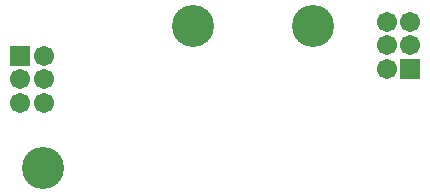
<source format=gbs>
G04 DipTrace Beta 2.9.0.1*
G04 BottomMask.gbr*
%MOIN*%
G04 #@! TF.FileFunction,Soldermask,Bot*
G04 #@! TF.Part,Single*
%ADD25C,0.1405*%
%ADD26C,0.14*%
%ADD33C,0.067055*%
%ADD35R,0.067055X0.067055*%
%FSLAX26Y26*%
G04*
G70*
G90*
G75*
G01*
G04 BotMask*
%LPD*%
D25*
X675280Y512762D3*
D26*
X1175580Y988253D3*
D25*
X1575580D3*
D35*
X600272Y887802D3*
D33*
Y809062D3*
Y730322D3*
X679012D3*
Y809062D3*
Y887802D3*
D35*
X1900408Y844047D3*
D33*
Y922787D3*
Y1001528D3*
X1821668D3*
Y922787D3*
Y844047D3*
M02*

</source>
